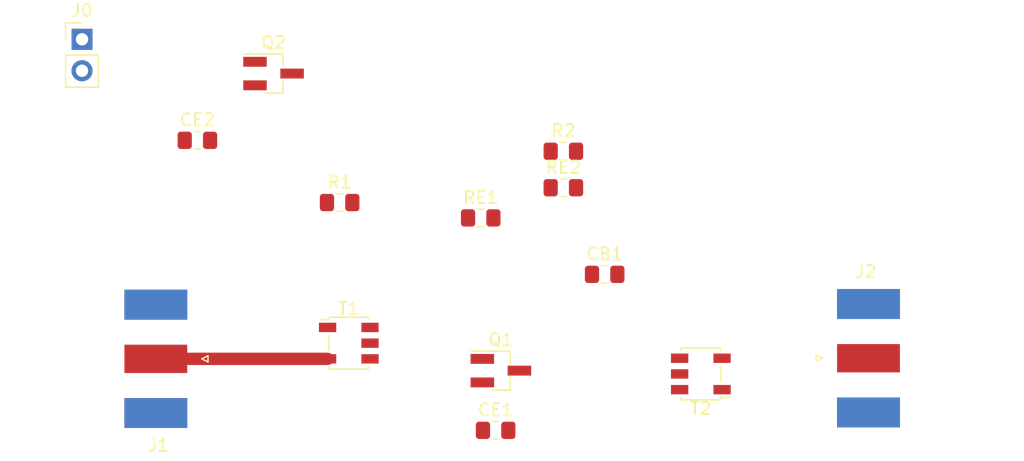
<source format=kicad_pcb>
(kicad_pcb (version 20171130) (host pcbnew "(5.1.5)-3")

  (general
    (thickness 1.6)
    (drawings 0)
    (tracks 1)
    (zones 0)
    (modules 14)
    (nets 12)
  )

  (page A4)
  (layers
    (0 F.Cu signal)
    (31 B.Cu signal)
    (32 B.Adhes user)
    (33 F.Adhes user)
    (34 B.Paste user)
    (35 F.Paste user)
    (36 B.SilkS user)
    (37 F.SilkS user)
    (38 B.Mask user)
    (39 F.Mask user)
    (40 Dwgs.User user)
    (41 Cmts.User user)
    (42 Eco1.User user)
    (43 Eco2.User user)
    (44 Edge.Cuts user)
    (45 Margin user)
    (46 B.CrtYd user)
    (47 F.CrtYd user)
    (48 B.Fab user)
    (49 F.Fab user)
  )

  (setup
    (last_trace_width 1)
    (user_trace_width 0.6)
    (user_trace_width 1)
    (user_trace_width 1.5)
    (trace_clearance 0.2)
    (zone_clearance 0.508)
    (zone_45_only no)
    (trace_min 0.2)
    (via_size 0.8)
    (via_drill 0.4)
    (via_min_size 0.4)
    (via_min_drill 0.3)
    (user_via 1.016 0.762)
    (user_via 1.27 0.762)
    (uvia_size 0.3)
    (uvia_drill 0.1)
    (uvias_allowed no)
    (uvia_min_size 0.2)
    (uvia_min_drill 0.1)
    (edge_width 0.05)
    (segment_width 0.2)
    (pcb_text_width 0.3)
    (pcb_text_size 1.5 1.5)
    (mod_edge_width 0.12)
    (mod_text_size 1 1)
    (mod_text_width 0.15)
    (pad_size 1.524 1.524)
    (pad_drill 0.762)
    (pad_to_mask_clearance 0.051)
    (solder_mask_min_width 0.25)
    (aux_axis_origin 0 0)
    (visible_elements FFFFFF7F)
    (pcbplotparams
      (layerselection 0x010fc_ffffffff)
      (usegerberextensions false)
      (usegerberattributes false)
      (usegerberadvancedattributes false)
      (creategerberjobfile false)
      (excludeedgelayer true)
      (linewidth 0.100000)
      (plotframeref false)
      (viasonmask false)
      (mode 1)
      (useauxorigin false)
      (hpglpennumber 1)
      (hpglpenspeed 20)
      (hpglpendiameter 15.000000)
      (psnegative false)
      (psa4output false)
      (plotreference true)
      (plotvalue true)
      (plotinvisibletext false)
      (padsonsilk false)
      (subtractmaskfromsilk false)
      (outputformat 1)
      (mirror false)
      (drillshape 1)
      (scaleselection 1)
      (outputdirectory ""))
  )

  (net 0 "")
  (net 1 GND)
  (net 2 "Net-(CE1-Pad1)")
  (net 3 "Net-(CE2-Pad2)")
  (net 4 "Net-(J1-Pad1)")
  (net 5 "Net-(J2-Pad1)")
  (net 6 "Net-(Q1-Pad1)")
  (net 7 "Net-(Q1-Pad3)")
  (net 8 "Net-(Q2-Pad3)")
  (net 9 "Net-(Q2-Pad1)")
  (net 10 "Net-(R1-Pad2)")
  (net 11 "Net-(CB1-Pad1)")

  (net_class Default "This is the default net class."
    (clearance 0.2)
    (trace_width 0.25)
    (via_dia 0.8)
    (via_drill 0.4)
    (uvia_dia 0.3)
    (uvia_drill 0.1)
    (add_net GND)
    (add_net "Net-(CB1-Pad1)")
    (add_net "Net-(CE1-Pad1)")
    (add_net "Net-(CE2-Pad2)")
    (add_net "Net-(J1-Pad1)")
    (add_net "Net-(J2-Pad1)")
    (add_net "Net-(Q1-Pad1)")
    (add_net "Net-(Q1-Pad3)")
    (add_net "Net-(Q2-Pad1)")
    (add_net "Net-(Q2-Pad3)")
    (add_net "Net-(R1-Pad2)")
  )

  (module Connector_Coaxial:SMA_Molex_73251-1153_EdgeMount_Horizontal (layer F.Cu) (tedit 5E4C039B) (tstamp 5E4C6D86)
    (at 103.944 81.5594 180)
    (descr "Molex SMA RF Connectors, Edge Mount, (http://www.molex.com/pdm_docs/sd/732511150_sd.pdf)")
    (tags "sma edge")
    (path /5E4AFB6E)
    (attr smd)
    (fp_text reference J2 (at -1.5 7) (layer F.SilkS)
      (effects (font (size 1 1) (thickness 0.15)))
    )
    (fp_text value "RF OUT" (at -1.72 -7.11) (layer F.Fab)
      (effects (font (size 1 1) (thickness 0.15)))
    )
    (fp_line (start -5.91 4.76) (end 0.49 4.76) (layer F.Fab) (width 0.1))
    (fp_line (start -5.91 -4.76) (end -5.91 4.76) (layer F.Fab) (width 0.1))
    (fp_line (start 0.49 -4.76) (end -5.91 -4.76) (layer F.Fab) (width 0.1))
    (fp_line (start -4.76 -3.75) (end -4.76 3.75) (layer F.Fab) (width 0.1))
    (fp_line (start -13.79 2.65) (end -5.91 2.65) (layer F.Fab) (width 0.1))
    (fp_line (start -13.79 -2.65) (end -13.79 2.65) (layer F.Fab) (width 0.1))
    (fp_line (start -13.79 -2.65) (end -5.91 -2.65) (layer F.Fab) (width 0.1))
    (fp_line (start -4.76 3.75) (end 0.49 3.75) (layer F.Fab) (width 0.1))
    (fp_line (start -4.76 -3.75) (end 0.49 -3.75) (layer F.Fab) (width 0.1))
    (fp_line (start 2.71 -6.09) (end -14.29 -6.09) (layer F.CrtYd) (width 0.05))
    (fp_line (start 2.71 -6.09) (end 2.71 6.09) (layer F.CrtYd) (width 0.05))
    (fp_line (start -14.29 6.09) (end 2.71 6.09) (layer B.CrtYd) (width 0.05))
    (fp_line (start -14.29 -6.09) (end -14.29 6.09) (layer B.CrtYd) (width 0.05))
    (fp_line (start -14.29 -6.09) (end 2.71 -6.09) (layer B.CrtYd) (width 0.05))
    (fp_line (start 2.71 -6.09) (end 2.71 6.09) (layer B.CrtYd) (width 0.05))
    (fp_line (start -14.29 6.09) (end 2.71 6.09) (layer F.CrtYd) (width 0.05))
    (fp_line (start -14.29 -6.09) (end -14.29 6.09) (layer F.CrtYd) (width 0.05))
    (fp_line (start 0.49 -4.76) (end 0.49 -3.75) (layer F.Fab) (width 0.1))
    (fp_line (start 0.49 3.75) (end 0.49 4.76) (layer F.Fab) (width 0.1))
    (fp_line (start 0.49 -0.38) (end 0.49 0.38) (layer F.Fab) (width 0.1))
    (fp_line (start -4.76 0.38) (end 0.49 0.38) (layer F.Fab) (width 0.1))
    (fp_line (start -4.76 -0.38) (end 0.49 -0.38) (layer F.Fab) (width 0.1))
    (fp_line (start 2 0) (end 2.5 -0.25) (layer F.SilkS) (width 0.12))
    (fp_line (start 2.5 -0.25) (end 2.5 0.25) (layer F.SilkS) (width 0.12))
    (fp_line (start 2.5 0.25) (end 2 0) (layer F.SilkS) (width 0.12))
    (fp_line (start 2.5 -0.25) (end 2 0) (layer F.Fab) (width 0.1))
    (fp_line (start 2 0) (end 2.5 0.25) (layer F.Fab) (width 0.1))
    (fp_line (start 2.5 0.25) (end 2.5 -0.25) (layer F.Fab) (width 0.1))
    (fp_text user %R (at -1.5 7) (layer F.Fab)
      (effects (font (size 1 1) (thickness 0.15)))
    )
    (pad 2 smd rect (at -1.72 4.38 180) (size 5.08 2.42) (layers B.Cu B.Paste B.Mask)
      (net 1 GND))
    (pad 2 smd rect (at -1.72 -4.38 180) (size 5.08 2.42) (layers B.Cu B.Paste B.Mask)
      (net 1 GND))
    (pad 2 smd rect (at -1.72 4.38 180) (size 5.08 2.42) (layers F.Cu F.Paste F.Mask)
      (net 1 GND))
    (pad 2 smd rect (at -1.72 -4.38 180) (size 5.08 2.42) (layers F.Cu F.Paste F.Mask)
      (net 1 GND))
    (pad 1 smd rect (at -1.72 0 180) (size 5.08 2.29) (layers F.Cu F.Paste F.Mask)
      (net 5 "Net-(J2-Pad1)"))
    (model ${KISYS3DMOD}/Connector_Coaxial.3dshapes/SMA_Molex_73251-1153_EdgeMount_Horizontal.wrl
      (at (xyz 0 0 0))
      (scale (xyz 1 1 1))
      (rotate (xyz 0 0 0))
    )
  )

  (module Connector_Coaxial:SMA_Molex_73251-1153_EdgeMount_Horizontal (layer F.Cu) (tedit 5E4C0385) (tstamp 5E4C59DA)
    (at 49.7713 81.6102)
    (descr "Molex SMA RF Connectors, Edge Mount, (http://www.molex.com/pdm_docs/sd/732511150_sd.pdf)")
    (tags "sma edge")
    (path /5E4AFAC4)
    (attr smd)
    (fp_text reference J1 (at -1.5 7) (layer F.SilkS)
      (effects (font (size 1 1) (thickness 0.15)))
    )
    (fp_text value "RF IN" (at -1.72 -7.11) (layer F.Fab)
      (effects (font (size 1 1) (thickness 0.15)))
    )
    (fp_text user %R (at -1.5 7) (layer F.Fab)
      (effects (font (size 1 1) (thickness 0.15)))
    )
    (fp_line (start 2.5 0.25) (end 2.5 -0.25) (layer F.Fab) (width 0.1))
    (fp_line (start 2 0) (end 2.5 0.25) (layer F.Fab) (width 0.1))
    (fp_line (start 2.5 -0.25) (end 2 0) (layer F.Fab) (width 0.1))
    (fp_line (start 2.5 0.25) (end 2 0) (layer F.SilkS) (width 0.12))
    (fp_line (start 2.5 -0.25) (end 2.5 0.25) (layer F.SilkS) (width 0.12))
    (fp_line (start 2 0) (end 2.5 -0.25) (layer F.SilkS) (width 0.12))
    (fp_line (start -4.76 -0.38) (end 0.49 -0.38) (layer F.Fab) (width 0.1))
    (fp_line (start -4.76 0.38) (end 0.49 0.38) (layer F.Fab) (width 0.1))
    (fp_line (start 0.49 -0.38) (end 0.49 0.38) (layer F.Fab) (width 0.1))
    (fp_line (start 0.49 3.75) (end 0.49 4.76) (layer F.Fab) (width 0.1))
    (fp_line (start 0.49 -4.76) (end 0.49 -3.75) (layer F.Fab) (width 0.1))
    (fp_line (start -14.29 -6.09) (end -14.29 6.09) (layer F.CrtYd) (width 0.05))
    (fp_line (start -14.29 6.09) (end 2.71 6.09) (layer F.CrtYd) (width 0.05))
    (fp_line (start 2.71 -6.09) (end 2.71 6.09) (layer B.CrtYd) (width 0.05))
    (fp_line (start -14.29 -6.09) (end 2.71 -6.09) (layer B.CrtYd) (width 0.05))
    (fp_line (start -14.29 -6.09) (end -14.29 6.09) (layer B.CrtYd) (width 0.05))
    (fp_line (start -14.29 6.09) (end 2.71 6.09) (layer B.CrtYd) (width 0.05))
    (fp_line (start 2.71 -6.09) (end 2.71 6.09) (layer F.CrtYd) (width 0.05))
    (fp_line (start 2.71 -6.09) (end -14.29 -6.09) (layer F.CrtYd) (width 0.05))
    (fp_line (start -4.76 -3.75) (end 0.49 -3.75) (layer F.Fab) (width 0.1))
    (fp_line (start -4.76 3.75) (end 0.49 3.75) (layer F.Fab) (width 0.1))
    (fp_line (start -13.79 -2.65) (end -5.91 -2.65) (layer F.Fab) (width 0.1))
    (fp_line (start -13.79 -2.65) (end -13.79 2.65) (layer F.Fab) (width 0.1))
    (fp_line (start -13.79 2.65) (end -5.91 2.65) (layer F.Fab) (width 0.1))
    (fp_line (start -4.76 -3.75) (end -4.76 3.75) (layer F.Fab) (width 0.1))
    (fp_line (start 0.49 -4.76) (end -5.91 -4.76) (layer F.Fab) (width 0.1))
    (fp_line (start -5.91 -4.76) (end -5.91 4.76) (layer F.Fab) (width 0.1))
    (fp_line (start -5.91 4.76) (end 0.49 4.76) (layer F.Fab) (width 0.1))
    (pad 1 smd rect (at -1.72 0) (size 5.08 2.29) (layers F.Cu F.Paste F.Mask)
      (net 4 "Net-(J1-Pad1)"))
    (pad 2 smd rect (at -1.72 -4.38) (size 5.08 2.42) (layers F.Cu F.Paste F.Mask)
      (net 1 GND))
    (pad 2 smd rect (at -1.72 4.38) (size 5.08 2.42) (layers F.Cu F.Paste F.Mask)
      (net 1 GND))
    (pad 2 smd rect (at -1.72 -4.38) (size 5.08 2.42) (layers B.Cu B.Paste B.Mask)
      (net 1 GND))
    (pad 2 smd rect (at -1.72 4.38) (size 5.08 2.42) (layers B.Cu B.Paste B.Mask)
      (net 1 GND))
    (model ${KISYS3DMOD}/Connector_Coaxial.3dshapes/SMA_Molex_73251-1153_EdgeMount_Horizontal.wrl
      (at (xyz 0 0 0))
      (scale (xyz 1 1 1))
      (rotate (xyz 0 0 0))
    )
  )

  (module Capacitor_SMD:C_0805_2012Metric_Pad1.15x1.40mm_HandSolder (layer F.Cu) (tedit 5B36C52B) (tstamp 5E4C5976)
    (at 84.337 74.7776)
    (descr "Capacitor SMD 0805 (2012 Metric), square (rectangular) end terminal, IPC_7351 nominal with elongated pad for handsoldering. (Body size source: https://docs.google.com/spreadsheets/d/1BsfQQcO9C6DZCsRaXUlFlo91Tg2WpOkGARC1WS5S8t0/edit?usp=sharing), generated with kicad-footprint-generator")
    (tags "capacitor handsolder")
    (path /5E4AF863)
    (attr smd)
    (fp_text reference CB1 (at 0 -1.65) (layer F.SilkS)
      (effects (font (size 1 1) (thickness 0.15)))
    )
    (fp_text value "100 nF" (at 0 1.65) (layer F.Fab)
      (effects (font (size 1 1) (thickness 0.15)))
    )
    (fp_line (start -1 0.6) (end -1 -0.6) (layer F.Fab) (width 0.1))
    (fp_line (start -1 -0.6) (end 1 -0.6) (layer F.Fab) (width 0.1))
    (fp_line (start 1 -0.6) (end 1 0.6) (layer F.Fab) (width 0.1))
    (fp_line (start 1 0.6) (end -1 0.6) (layer F.Fab) (width 0.1))
    (fp_line (start -0.261252 -0.71) (end 0.261252 -0.71) (layer F.SilkS) (width 0.12))
    (fp_line (start -0.261252 0.71) (end 0.261252 0.71) (layer F.SilkS) (width 0.12))
    (fp_line (start -1.85 0.95) (end -1.85 -0.95) (layer F.CrtYd) (width 0.05))
    (fp_line (start -1.85 -0.95) (end 1.85 -0.95) (layer F.CrtYd) (width 0.05))
    (fp_line (start 1.85 -0.95) (end 1.85 0.95) (layer F.CrtYd) (width 0.05))
    (fp_line (start 1.85 0.95) (end -1.85 0.95) (layer F.CrtYd) (width 0.05))
    (fp_text user %R (at 0 0) (layer F.Fab)
      (effects (font (size 0.5 0.5) (thickness 0.08)))
    )
    (pad 1 smd roundrect (at -1.025 0) (size 1.15 1.4) (layers F.Cu F.Paste F.Mask) (roundrect_rratio 0.217391)
      (net 11 "Net-(CB1-Pad1)"))
    (pad 2 smd roundrect (at 1.025 0) (size 1.15 1.4) (layers F.Cu F.Paste F.Mask) (roundrect_rratio 0.217391)
      (net 1 GND))
    (model ${KISYS3DMOD}/Capacitor_SMD.3dshapes/C_0805_2012Metric.wrl
      (at (xyz 0 0 0))
      (scale (xyz 1 1 1))
      (rotate (xyz 0 0 0))
    )
  )

  (module Capacitor_SMD:C_0805_2012Metric_Pad1.15x1.40mm_HandSolder (layer F.Cu) (tedit 5B36C52B) (tstamp 5E4C5987)
    (at 75.5232 87.3887)
    (descr "Capacitor SMD 0805 (2012 Metric), square (rectangular) end terminal, IPC_7351 nominal with elongated pad for handsoldering. (Body size source: https://docs.google.com/spreadsheets/d/1BsfQQcO9C6DZCsRaXUlFlo91Tg2WpOkGARC1WS5S8t0/edit?usp=sharing), generated with kicad-footprint-generator")
    (tags "capacitor handsolder")
    (path /5E4AF73F)
    (attr smd)
    (fp_text reference CE1 (at 0 -1.65) (layer F.SilkS)
      (effects (font (size 1 1) (thickness 0.15)))
    )
    (fp_text value "100 nF" (at 0 1.65) (layer F.Fab)
      (effects (font (size 1 1) (thickness 0.15)))
    )
    (fp_line (start -1 0.6) (end -1 -0.6) (layer F.Fab) (width 0.1))
    (fp_line (start -1 -0.6) (end 1 -0.6) (layer F.Fab) (width 0.1))
    (fp_line (start 1 -0.6) (end 1 0.6) (layer F.Fab) (width 0.1))
    (fp_line (start 1 0.6) (end -1 0.6) (layer F.Fab) (width 0.1))
    (fp_line (start -0.261252 -0.71) (end 0.261252 -0.71) (layer F.SilkS) (width 0.12))
    (fp_line (start -0.261252 0.71) (end 0.261252 0.71) (layer F.SilkS) (width 0.12))
    (fp_line (start -1.85 0.95) (end -1.85 -0.95) (layer F.CrtYd) (width 0.05))
    (fp_line (start -1.85 -0.95) (end 1.85 -0.95) (layer F.CrtYd) (width 0.05))
    (fp_line (start 1.85 -0.95) (end 1.85 0.95) (layer F.CrtYd) (width 0.05))
    (fp_line (start 1.85 0.95) (end -1.85 0.95) (layer F.CrtYd) (width 0.05))
    (fp_text user %R (at 0 0) (layer F.Fab)
      (effects (font (size 0.5 0.5) (thickness 0.08)))
    )
    (pad 1 smd roundrect (at -1.025 0) (size 1.15 1.4) (layers F.Cu F.Paste F.Mask) (roundrect_rratio 0.217391)
      (net 2 "Net-(CE1-Pad1)"))
    (pad 2 smd roundrect (at 1.025 0) (size 1.15 1.4) (layers F.Cu F.Paste F.Mask) (roundrect_rratio 0.217391)
      (net 1 GND))
    (model ${KISYS3DMOD}/Capacitor_SMD.3dshapes/C_0805_2012Metric.wrl
      (at (xyz 0 0 0))
      (scale (xyz 1 1 1))
      (rotate (xyz 0 0 0))
    )
  )

  (module Capacitor_SMD:C_0805_2012Metric_Pad1.15x1.40mm_HandSolder (layer F.Cu) (tedit 5B36C52B) (tstamp 5E4C5998)
    (at 51.4133 63.9445)
    (descr "Capacitor SMD 0805 (2012 Metric), square (rectangular) end terminal, IPC_7351 nominal with elongated pad for handsoldering. (Body size source: https://docs.google.com/spreadsheets/d/1BsfQQcO9C6DZCsRaXUlFlo91Tg2WpOkGARC1WS5S8t0/edit?usp=sharing), generated with kicad-footprint-generator")
    (tags "capacitor handsolder")
    (path /5E4AF821)
    (attr smd)
    (fp_text reference CE2 (at 0 -1.65) (layer F.SilkS)
      (effects (font (size 1 1) (thickness 0.15)))
    )
    (fp_text value "100 nF" (at 0 1.65) (layer F.Fab)
      (effects (font (size 1 1) (thickness 0.15)))
    )
    (fp_text user %R (at 0 0) (layer F.Fab)
      (effects (font (size 0.5 0.5) (thickness 0.08)))
    )
    (fp_line (start 1.85 0.95) (end -1.85 0.95) (layer F.CrtYd) (width 0.05))
    (fp_line (start 1.85 -0.95) (end 1.85 0.95) (layer F.CrtYd) (width 0.05))
    (fp_line (start -1.85 -0.95) (end 1.85 -0.95) (layer F.CrtYd) (width 0.05))
    (fp_line (start -1.85 0.95) (end -1.85 -0.95) (layer F.CrtYd) (width 0.05))
    (fp_line (start -0.261252 0.71) (end 0.261252 0.71) (layer F.SilkS) (width 0.12))
    (fp_line (start -0.261252 -0.71) (end 0.261252 -0.71) (layer F.SilkS) (width 0.12))
    (fp_line (start 1 0.6) (end -1 0.6) (layer F.Fab) (width 0.1))
    (fp_line (start 1 -0.6) (end 1 0.6) (layer F.Fab) (width 0.1))
    (fp_line (start -1 -0.6) (end 1 -0.6) (layer F.Fab) (width 0.1))
    (fp_line (start -1 0.6) (end -1 -0.6) (layer F.Fab) (width 0.1))
    (pad 2 smd roundrect (at 1.025 0) (size 1.15 1.4) (layers F.Cu F.Paste F.Mask) (roundrect_rratio 0.217391)
      (net 3 "Net-(CE2-Pad2)"))
    (pad 1 smd roundrect (at -1.025 0) (size 1.15 1.4) (layers F.Cu F.Paste F.Mask) (roundrect_rratio 0.217391)
      (net 1 GND))
    (model ${KISYS3DMOD}/Capacitor_SMD.3dshapes/C_0805_2012Metric.wrl
      (at (xyz 0 0 0))
      (scale (xyz 1 1 1))
      (rotate (xyz 0 0 0))
    )
  )

  (module Connector_PinHeader_2.54mm:PinHeader_1x02_P2.54mm_Vertical (layer F.Cu) (tedit 59FED5CC) (tstamp 5E4C62A4)
    (at 42.0878 55.7784)
    (descr "Through hole straight pin header, 1x02, 2.54mm pitch, single row")
    (tags "Through hole pin header THT 1x02 2.54mm single row")
    (path /5E4AFB32)
    (fp_text reference J0 (at 0 -2.33) (layer F.SilkS)
      (effects (font (size 1 1) (thickness 0.15)))
    )
    (fp_text value Power (at 0 4.87) (layer F.Fab)
      (effects (font (size 1 1) (thickness 0.15)))
    )
    (fp_line (start -0.635 -1.27) (end 1.27 -1.27) (layer F.Fab) (width 0.1))
    (fp_line (start 1.27 -1.27) (end 1.27 3.81) (layer F.Fab) (width 0.1))
    (fp_line (start 1.27 3.81) (end -1.27 3.81) (layer F.Fab) (width 0.1))
    (fp_line (start -1.27 3.81) (end -1.27 -0.635) (layer F.Fab) (width 0.1))
    (fp_line (start -1.27 -0.635) (end -0.635 -1.27) (layer F.Fab) (width 0.1))
    (fp_line (start -1.33 3.87) (end 1.33 3.87) (layer F.SilkS) (width 0.12))
    (fp_line (start -1.33 1.27) (end -1.33 3.87) (layer F.SilkS) (width 0.12))
    (fp_line (start 1.33 1.27) (end 1.33 3.87) (layer F.SilkS) (width 0.12))
    (fp_line (start -1.33 1.27) (end 1.33 1.27) (layer F.SilkS) (width 0.12))
    (fp_line (start -1.33 0) (end -1.33 -1.33) (layer F.SilkS) (width 0.12))
    (fp_line (start -1.33 -1.33) (end 0 -1.33) (layer F.SilkS) (width 0.12))
    (fp_line (start -1.8 -1.8) (end -1.8 4.35) (layer F.CrtYd) (width 0.05))
    (fp_line (start -1.8 4.35) (end 1.8 4.35) (layer F.CrtYd) (width 0.05))
    (fp_line (start 1.8 4.35) (end 1.8 -1.8) (layer F.CrtYd) (width 0.05))
    (fp_line (start 1.8 -1.8) (end -1.8 -1.8) (layer F.CrtYd) (width 0.05))
    (fp_text user %R (at 0 1.27 90) (layer F.Fab)
      (effects (font (size 1 1) (thickness 0.15)))
    )
    (pad 1 thru_hole rect (at 0 0) (size 1.7 1.7) (drill 1) (layers *.Cu *.Mask)
      (net 11 "Net-(CB1-Pad1)"))
    (pad 2 thru_hole oval (at 0 2.54) (size 1.7 1.7) (drill 1) (layers *.Cu *.Mask)
      (net 1 GND))
    (model ${KISYS3DMOD}/Connector_PinHeader_2.54mm.3dshapes/PinHeader_1x02_P2.54mm_Vertical.wrl
      (at (xyz 0 0 0))
      (scale (xyz 1 1 1))
      (rotate (xyz 0 0 0))
    )
  )

  (module Package_TO_SOT_SMD:SOT-23_Handsoldering (layer F.Cu) (tedit 5A0AB76C) (tstamp 5E4C69EA)
    (at 75.946 82.5627)
    (descr "SOT-23, Handsoldering")
    (tags SOT-23)
    (path /5E4AF466)
    (attr smd)
    (fp_text reference Q1 (at 0 -2.5) (layer F.SilkS)
      (effects (font (size 1 1) (thickness 0.15)))
    )
    (fp_text value NPN (at 0 2.5) (layer F.Fab)
      (effects (font (size 1 1) (thickness 0.15)))
    )
    (fp_text user %R (at 0 0 90) (layer F.Fab)
      (effects (font (size 0.5 0.5) (thickness 0.075)))
    )
    (fp_line (start 0.76 1.58) (end 0.76 0.65) (layer F.SilkS) (width 0.12))
    (fp_line (start 0.76 -1.58) (end 0.76 -0.65) (layer F.SilkS) (width 0.12))
    (fp_line (start -2.7 -1.75) (end 2.7 -1.75) (layer F.CrtYd) (width 0.05))
    (fp_line (start 2.7 -1.75) (end 2.7 1.75) (layer F.CrtYd) (width 0.05))
    (fp_line (start 2.7 1.75) (end -2.7 1.75) (layer F.CrtYd) (width 0.05))
    (fp_line (start -2.7 1.75) (end -2.7 -1.75) (layer F.CrtYd) (width 0.05))
    (fp_line (start 0.76 -1.58) (end -2.4 -1.58) (layer F.SilkS) (width 0.12))
    (fp_line (start -0.7 -0.95) (end -0.7 1.5) (layer F.Fab) (width 0.1))
    (fp_line (start -0.15 -1.52) (end 0.7 -1.52) (layer F.Fab) (width 0.1))
    (fp_line (start -0.7 -0.95) (end -0.15 -1.52) (layer F.Fab) (width 0.1))
    (fp_line (start 0.7 -1.52) (end 0.7 1.52) (layer F.Fab) (width 0.1))
    (fp_line (start -0.7 1.52) (end 0.7 1.52) (layer F.Fab) (width 0.1))
    (fp_line (start 0.76 1.58) (end -0.7 1.58) (layer F.SilkS) (width 0.12))
    (pad 1 smd rect (at -1.5 -0.95) (size 1.9 0.8) (layers F.Cu F.Paste F.Mask)
      (net 6 "Net-(Q1-Pad1)"))
    (pad 2 smd rect (at -1.5 0.95) (size 1.9 0.8) (layers F.Cu F.Paste F.Mask)
      (net 2 "Net-(CE1-Pad1)"))
    (pad 3 smd rect (at 1.5 0) (size 1.9 0.8) (layers F.Cu F.Paste F.Mask)
      (net 7 "Net-(Q1-Pad3)"))
    (model ${KISYS3DMOD}/Package_TO_SOT_SMD.3dshapes/SOT-23.wrl
      (at (xyz 0 0 0))
      (scale (xyz 1 1 1))
      (rotate (xyz 0 0 0))
    )
  )

  (module Package_TO_SOT_SMD:SOT-23_Handsoldering (layer F.Cu) (tedit 5A0AB76C) (tstamp 5E4C5A30)
    (at 57.5691 58.547)
    (descr "SOT-23, Handsoldering")
    (tags SOT-23)
    (path /5E4AF52F)
    (attr smd)
    (fp_text reference Q2 (at 0 -2.5) (layer F.SilkS)
      (effects (font (size 1 1) (thickness 0.15)))
    )
    (fp_text value PNP (at 0 2.5) (layer F.Fab)
      (effects (font (size 1 1) (thickness 0.15)))
    )
    (fp_line (start 0.76 1.58) (end -0.7 1.58) (layer F.SilkS) (width 0.12))
    (fp_line (start -0.7 1.52) (end 0.7 1.52) (layer F.Fab) (width 0.1))
    (fp_line (start 0.7 -1.52) (end 0.7 1.52) (layer F.Fab) (width 0.1))
    (fp_line (start -0.7 -0.95) (end -0.15 -1.52) (layer F.Fab) (width 0.1))
    (fp_line (start -0.15 -1.52) (end 0.7 -1.52) (layer F.Fab) (width 0.1))
    (fp_line (start -0.7 -0.95) (end -0.7 1.5) (layer F.Fab) (width 0.1))
    (fp_line (start 0.76 -1.58) (end -2.4 -1.58) (layer F.SilkS) (width 0.12))
    (fp_line (start -2.7 1.75) (end -2.7 -1.75) (layer F.CrtYd) (width 0.05))
    (fp_line (start 2.7 1.75) (end -2.7 1.75) (layer F.CrtYd) (width 0.05))
    (fp_line (start 2.7 -1.75) (end 2.7 1.75) (layer F.CrtYd) (width 0.05))
    (fp_line (start -2.7 -1.75) (end 2.7 -1.75) (layer F.CrtYd) (width 0.05))
    (fp_line (start 0.76 -1.58) (end 0.76 -0.65) (layer F.SilkS) (width 0.12))
    (fp_line (start 0.76 1.58) (end 0.76 0.65) (layer F.SilkS) (width 0.12))
    (fp_text user %R (at 0 0 90) (layer F.Fab)
      (effects (font (size 0.5 0.5) (thickness 0.075)))
    )
    (pad 3 smd rect (at 1.5 0) (size 1.9 0.8) (layers F.Cu F.Paste F.Mask)
      (net 8 "Net-(Q2-Pad3)"))
    (pad 2 smd rect (at -1.5 0.95) (size 1.9 0.8) (layers F.Cu F.Paste F.Mask)
      (net 3 "Net-(CE2-Pad2)"))
    (pad 1 smd rect (at -1.5 -0.95) (size 1.9 0.8) (layers F.Cu F.Paste F.Mask)
      (net 9 "Net-(Q2-Pad1)"))
    (model ${KISYS3DMOD}/Package_TO_SOT_SMD.3dshapes/SOT-23.wrl
      (at (xyz 0 0 0))
      (scale (xyz 1 1 1))
      (rotate (xyz 0 0 0))
    )
  )

  (module Resistor_SMD:R_0805_2012Metric_Pad1.15x1.40mm_HandSolder (layer F.Cu) (tedit 5B36C52B) (tstamp 5E4C5A41)
    (at 62.9121 68.9737)
    (descr "Resistor SMD 0805 (2012 Metric), square (rectangular) end terminal, IPC_7351 nominal with elongated pad for handsoldering. (Body size source: https://docs.google.com/spreadsheets/d/1BsfQQcO9C6DZCsRaXUlFlo91Tg2WpOkGARC1WS5S8t0/edit?usp=sharing), generated with kicad-footprint-generator")
    (tags "resistor handsolder")
    (path /5E4AF5B7)
    (attr smd)
    (fp_text reference R1 (at 0 -1.65) (layer F.SilkS)
      (effects (font (size 1 1) (thickness 0.15)))
    )
    (fp_text value "4.7k Ohms" (at 0 1.65) (layer F.Fab)
      (effects (font (size 1 1) (thickness 0.15)))
    )
    (fp_line (start -1 0.6) (end -1 -0.6) (layer F.Fab) (width 0.1))
    (fp_line (start -1 -0.6) (end 1 -0.6) (layer F.Fab) (width 0.1))
    (fp_line (start 1 -0.6) (end 1 0.6) (layer F.Fab) (width 0.1))
    (fp_line (start 1 0.6) (end -1 0.6) (layer F.Fab) (width 0.1))
    (fp_line (start -0.261252 -0.71) (end 0.261252 -0.71) (layer F.SilkS) (width 0.12))
    (fp_line (start -0.261252 0.71) (end 0.261252 0.71) (layer F.SilkS) (width 0.12))
    (fp_line (start -1.85 0.95) (end -1.85 -0.95) (layer F.CrtYd) (width 0.05))
    (fp_line (start -1.85 -0.95) (end 1.85 -0.95) (layer F.CrtYd) (width 0.05))
    (fp_line (start 1.85 -0.95) (end 1.85 0.95) (layer F.CrtYd) (width 0.05))
    (fp_line (start 1.85 0.95) (end -1.85 0.95) (layer F.CrtYd) (width 0.05))
    (fp_text user %R (at 0 0) (layer F.Fab)
      (effects (font (size 0.5 0.5) (thickness 0.08)))
    )
    (pad 1 smd roundrect (at -1.025 0) (size 1.15 1.4) (layers F.Cu F.Paste F.Mask) (roundrect_rratio 0.217391)
      (net 11 "Net-(CB1-Pad1)"))
    (pad 2 smd roundrect (at 1.025 0) (size 1.15 1.4) (layers F.Cu F.Paste F.Mask) (roundrect_rratio 0.217391)
      (net 10 "Net-(R1-Pad2)"))
    (model ${KISYS3DMOD}/Resistor_SMD.3dshapes/R_0805_2012Metric.wrl
      (at (xyz 0 0 0))
      (scale (xyz 1 1 1))
      (rotate (xyz 0 0 0))
    )
  )

  (module Resistor_SMD:R_0805_2012Metric_Pad1.15x1.40mm_HandSolder (layer F.Cu) (tedit 5B36C52B) (tstamp 5E4C5A52)
    (at 80.998401 64.827201)
    (descr "Resistor SMD 0805 (2012 Metric), square (rectangular) end terminal, IPC_7351 nominal with elongated pad for handsoldering. (Body size source: https://docs.google.com/spreadsheets/d/1BsfQQcO9C6DZCsRaXUlFlo91Tg2WpOkGARC1WS5S8t0/edit?usp=sharing), generated with kicad-footprint-generator")
    (tags "resistor handsolder")
    (path /5E4AF63C)
    (attr smd)
    (fp_text reference R2 (at 0 -1.65) (layer F.SilkS)
      (effects (font (size 1 1) (thickness 0.15)))
    )
    (fp_text value "3.3k Ohms" (at 0 1.65) (layer F.Fab)
      (effects (font (size 1 1) (thickness 0.15)))
    )
    (fp_text user %R (at 0 0) (layer F.Fab)
      (effects (font (size 0.5 0.5) (thickness 0.08)))
    )
    (fp_line (start 1.85 0.95) (end -1.85 0.95) (layer F.CrtYd) (width 0.05))
    (fp_line (start 1.85 -0.95) (end 1.85 0.95) (layer F.CrtYd) (width 0.05))
    (fp_line (start -1.85 -0.95) (end 1.85 -0.95) (layer F.CrtYd) (width 0.05))
    (fp_line (start -1.85 0.95) (end -1.85 -0.95) (layer F.CrtYd) (width 0.05))
    (fp_line (start -0.261252 0.71) (end 0.261252 0.71) (layer F.SilkS) (width 0.12))
    (fp_line (start -0.261252 -0.71) (end 0.261252 -0.71) (layer F.SilkS) (width 0.12))
    (fp_line (start 1 0.6) (end -1 0.6) (layer F.Fab) (width 0.1))
    (fp_line (start 1 -0.6) (end 1 0.6) (layer F.Fab) (width 0.1))
    (fp_line (start -1 -0.6) (end 1 -0.6) (layer F.Fab) (width 0.1))
    (fp_line (start -1 0.6) (end -1 -0.6) (layer F.Fab) (width 0.1))
    (pad 2 smd roundrect (at 1.025 0) (size 1.15 1.4) (layers F.Cu F.Paste F.Mask) (roundrect_rratio 0.217391)
      (net 1 GND))
    (pad 1 smd roundrect (at -1.025 0) (size 1.15 1.4) (layers F.Cu F.Paste F.Mask) (roundrect_rratio 0.217391)
      (net 10 "Net-(R1-Pad2)"))
    (model ${KISYS3DMOD}/Resistor_SMD.3dshapes/R_0805_2012Metric.wrl
      (at (xyz 0 0 0))
      (scale (xyz 1 1 1))
      (rotate (xyz 0 0 0))
    )
  )

  (module Resistor_SMD:R_0805_2012Metric_Pad1.15x1.40mm_HandSolder (layer F.Cu) (tedit 5B36C52B) (tstamp 5E4C5A63)
    (at 74.318401 70.217201)
    (descr "Resistor SMD 0805 (2012 Metric), square (rectangular) end terminal, IPC_7351 nominal with elongated pad for handsoldering. (Body size source: https://docs.google.com/spreadsheets/d/1BsfQQcO9C6DZCsRaXUlFlo91Tg2WpOkGARC1WS5S8t0/edit?usp=sharing), generated with kicad-footprint-generator")
    (tags "resistor handsolder")
    (path /5E4AF6D8)
    (attr smd)
    (fp_text reference RE1 (at 0 -1.65) (layer F.SilkS)
      (effects (font (size 1 1) (thickness 0.15)))
    )
    (fp_text value "47 Ohms" (at 0 1.65) (layer F.Fab)
      (effects (font (size 1 1) (thickness 0.15)))
    )
    (fp_text user %R (at 0 0) (layer F.Fab)
      (effects (font (size 0.5 0.5) (thickness 0.08)))
    )
    (fp_line (start 1.85 0.95) (end -1.85 0.95) (layer F.CrtYd) (width 0.05))
    (fp_line (start 1.85 -0.95) (end 1.85 0.95) (layer F.CrtYd) (width 0.05))
    (fp_line (start -1.85 -0.95) (end 1.85 -0.95) (layer F.CrtYd) (width 0.05))
    (fp_line (start -1.85 0.95) (end -1.85 -0.95) (layer F.CrtYd) (width 0.05))
    (fp_line (start -0.261252 0.71) (end 0.261252 0.71) (layer F.SilkS) (width 0.12))
    (fp_line (start -0.261252 -0.71) (end 0.261252 -0.71) (layer F.SilkS) (width 0.12))
    (fp_line (start 1 0.6) (end -1 0.6) (layer F.Fab) (width 0.1))
    (fp_line (start 1 -0.6) (end 1 0.6) (layer F.Fab) (width 0.1))
    (fp_line (start -1 -0.6) (end 1 -0.6) (layer F.Fab) (width 0.1))
    (fp_line (start -1 0.6) (end -1 -0.6) (layer F.Fab) (width 0.1))
    (pad 2 smd roundrect (at 1.025 0) (size 1.15 1.4) (layers F.Cu F.Paste F.Mask) (roundrect_rratio 0.217391)
      (net 1 GND))
    (pad 1 smd roundrect (at -1.025 0) (size 1.15 1.4) (layers F.Cu F.Paste F.Mask) (roundrect_rratio 0.217391)
      (net 2 "Net-(CE1-Pad1)"))
    (model ${KISYS3DMOD}/Resistor_SMD.3dshapes/R_0805_2012Metric.wrl
      (at (xyz 0 0 0))
      (scale (xyz 1 1 1))
      (rotate (xyz 0 0 0))
    )
  )

  (module Resistor_SMD:R_0805_2012Metric_Pad1.15x1.40mm_HandSolder (layer F.Cu) (tedit 5B36C52B) (tstamp 5E4C5A74)
    (at 80.998401 67.777201)
    (descr "Resistor SMD 0805 (2012 Metric), square (rectangular) end terminal, IPC_7351 nominal with elongated pad for handsoldering. (Body size source: https://docs.google.com/spreadsheets/d/1BsfQQcO9C6DZCsRaXUlFlo91Tg2WpOkGARC1WS5S8t0/edit?usp=sharing), generated with kicad-footprint-generator")
    (tags "resistor handsolder")
    (path /5E4AF68A)
    (attr smd)
    (fp_text reference RE2 (at 0 -1.65) (layer F.SilkS)
      (effects (font (size 1 1) (thickness 0.15)))
    )
    (fp_text value "47 Ohms" (at 0 1.65) (layer F.Fab)
      (effects (font (size 1 1) (thickness 0.15)))
    )
    (fp_line (start -1 0.6) (end -1 -0.6) (layer F.Fab) (width 0.1))
    (fp_line (start -1 -0.6) (end 1 -0.6) (layer F.Fab) (width 0.1))
    (fp_line (start 1 -0.6) (end 1 0.6) (layer F.Fab) (width 0.1))
    (fp_line (start 1 0.6) (end -1 0.6) (layer F.Fab) (width 0.1))
    (fp_line (start -0.261252 -0.71) (end 0.261252 -0.71) (layer F.SilkS) (width 0.12))
    (fp_line (start -0.261252 0.71) (end 0.261252 0.71) (layer F.SilkS) (width 0.12))
    (fp_line (start -1.85 0.95) (end -1.85 -0.95) (layer F.CrtYd) (width 0.05))
    (fp_line (start -1.85 -0.95) (end 1.85 -0.95) (layer F.CrtYd) (width 0.05))
    (fp_line (start 1.85 -0.95) (end 1.85 0.95) (layer F.CrtYd) (width 0.05))
    (fp_line (start 1.85 0.95) (end -1.85 0.95) (layer F.CrtYd) (width 0.05))
    (fp_text user %R (at 0 0) (layer F.Fab)
      (effects (font (size 0.5 0.5) (thickness 0.08)))
    )
    (pad 1 smd roundrect (at -1.025 0) (size 1.15 1.4) (layers F.Cu F.Paste F.Mask) (roundrect_rratio 0.217391)
      (net 1 GND))
    (pad 2 smd roundrect (at 1.025 0) (size 1.15 1.4) (layers F.Cu F.Paste F.Mask) (roundrect_rratio 0.217391)
      (net 3 "Net-(CE2-Pad2)"))
    (model ${KISYS3DMOD}/Resistor_SMD.3dshapes/R_0805_2012Metric.wrl
      (at (xyz 0 0 0))
      (scale (xyz 1 1 1))
      (rotate (xyz 0 0 0))
    )
  )

  (module Transformer_SMD:Transformer_MACOM_SM-22 (layer F.Cu) (tedit 5B0BC2F5) (tstamp 5E4C5A8F)
    (at 63.6524 80.3402)
    (descr https://cdn.macom.com/datasheets/ETC1-1-13.pdf)
    (tags "RF Transformer")
    (path /5E4AF293)
    (attr smd)
    (fp_text reference T1 (at 0 -2.794) (layer F.SilkS)
      (effects (font (size 1 1) (thickness 0.15)))
    )
    (fp_text value RF_XFormer (at 0 2.794) (layer F.Fab)
      (effects (font (size 1 1) (thickness 0.15)))
    )
    (fp_line (start 1.6 2.1) (end 1.6 1.9) (layer F.SilkS) (width 0.12))
    (fp_line (start -1.6 2.1) (end 1.6 2.1) (layer F.SilkS) (width 0.12))
    (fp_line (start -1.6 1.9) (end -1.6 2.1) (layer F.SilkS) (width 0.12))
    (fp_line (start -1.6 -0.6) (end -1.6 0.6) (layer F.SilkS) (width 0.12))
    (fp_line (start -1.6 -1.9) (end -2.4 -1.9) (layer F.SilkS) (width 0.12))
    (fp_line (start -1.6 -2.1) (end -1.6 -1.9) (layer F.SilkS) (width 0.12))
    (fp_line (start 1.6 -2.1) (end -1.6 -2.1) (layer F.SilkS) (width 0.12))
    (fp_line (start 1.6 -1.9) (end 1.6 -2.1) (layer F.SilkS) (width 0.12))
    (fp_line (start -0.6975 -1.915) (end 1.395 -1.915) (layer F.Fab) (width 0.1))
    (fp_line (start 1.395 -1.915) (end 1.395 1.915) (layer F.Fab) (width 0.1))
    (fp_line (start 1.395 1.915) (end -1.395 1.915) (layer F.Fab) (width 0.1))
    (fp_line (start -1.395 1.915) (end -1.395 -1.2175) (layer F.Fab) (width 0.1))
    (fp_line (start -1.395 -1.2175) (end -0.6975 -1.915) (layer F.Fab) (width 0.1))
    (fp_line (start -2.67 -2.17) (end 2.67 -2.17) (layer F.CrtYd) (width 0.05))
    (fp_line (start 2.67 -2.17) (end 2.67 2.17) (layer F.CrtYd) (width 0.05))
    (fp_line (start 2.67 2.17) (end -2.67 2.17) (layer F.CrtYd) (width 0.05))
    (fp_line (start -2.67 2.17) (end -2.67 -2.17) (layer F.CrtYd) (width 0.05))
    (fp_text user %R (at 0 0) (layer F.Fab)
      (effects (font (size 0.6 0.6) (thickness 0.09)))
    )
    (pad 1 smd rect (at -1.715 -1.27) (size 1.4 0.76) (layers F.Cu F.Paste F.Mask)
      (net 1 GND))
    (pad 2 smd rect (at -1.715 1.27) (size 1.4 0.76) (layers F.Cu F.Paste F.Mask)
      (net 4 "Net-(J1-Pad1)"))
    (pad 3 smd rect (at 1.715 1.27) (size 1.4 0.76) (layers F.Cu F.Paste F.Mask)
      (net 6 "Net-(Q1-Pad1)"))
    (pad 4 smd rect (at 1.715 0) (size 1.4 0.76) (layers F.Cu F.Paste F.Mask)
      (net 10 "Net-(R1-Pad2)"))
    (pad 5 smd rect (at 1.715 -1.27) (size 1.4 0.76) (layers F.Cu F.Paste F.Mask)
      (net 9 "Net-(Q2-Pad1)"))
    (model ${KISYS3DMOD}/Transformer_SMD.3dshapes/Transformer_MACOM_SM-22.wrl
      (at (xyz 0 0 0))
      (scale (xyz 1 1 1))
      (rotate (xyz 0 0 0))
    )
  )

  (module Transformer_SMD:Transformer_MACOM_SM-22 (layer F.Cu) (tedit 5B0BC2F5) (tstamp 5E4C6B36)
    (at 92.1131 82.8294 180)
    (descr https://cdn.macom.com/datasheets/ETC1-1-13.pdf)
    (tags "RF Transformer")
    (path /5E4AF351)
    (attr smd)
    (fp_text reference T2 (at 0 -2.794) (layer F.SilkS)
      (effects (font (size 1 1) (thickness 0.15)))
    )
    (fp_text value RF_XFormer (at 0 2.794) (layer F.Fab)
      (effects (font (size 1 1) (thickness 0.15)))
    )
    (fp_text user %R (at 0 0) (layer F.Fab)
      (effects (font (size 0.6 0.6) (thickness 0.09)))
    )
    (fp_line (start -2.67 2.17) (end -2.67 -2.17) (layer F.CrtYd) (width 0.05))
    (fp_line (start 2.67 2.17) (end -2.67 2.17) (layer F.CrtYd) (width 0.05))
    (fp_line (start 2.67 -2.17) (end 2.67 2.17) (layer F.CrtYd) (width 0.05))
    (fp_line (start -2.67 -2.17) (end 2.67 -2.17) (layer F.CrtYd) (width 0.05))
    (fp_line (start -1.395 -1.2175) (end -0.6975 -1.915) (layer F.Fab) (width 0.1))
    (fp_line (start -1.395 1.915) (end -1.395 -1.2175) (layer F.Fab) (width 0.1))
    (fp_line (start 1.395 1.915) (end -1.395 1.915) (layer F.Fab) (width 0.1))
    (fp_line (start 1.395 -1.915) (end 1.395 1.915) (layer F.Fab) (width 0.1))
    (fp_line (start -0.6975 -1.915) (end 1.395 -1.915) (layer F.Fab) (width 0.1))
    (fp_line (start 1.6 -1.9) (end 1.6 -2.1) (layer F.SilkS) (width 0.12))
    (fp_line (start 1.6 -2.1) (end -1.6 -2.1) (layer F.SilkS) (width 0.12))
    (fp_line (start -1.6 -2.1) (end -1.6 -1.9) (layer F.SilkS) (width 0.12))
    (fp_line (start -1.6 -1.9) (end -2.4 -1.9) (layer F.SilkS) (width 0.12))
    (fp_line (start -1.6 -0.6) (end -1.6 0.6) (layer F.SilkS) (width 0.12))
    (fp_line (start -1.6 1.9) (end -1.6 2.1) (layer F.SilkS) (width 0.12))
    (fp_line (start -1.6 2.1) (end 1.6 2.1) (layer F.SilkS) (width 0.12))
    (fp_line (start 1.6 2.1) (end 1.6 1.9) (layer F.SilkS) (width 0.12))
    (pad 5 smd rect (at 1.715 -1.27 180) (size 1.4 0.76) (layers F.Cu F.Paste F.Mask)
      (net 8 "Net-(Q2-Pad3)"))
    (pad 4 smd rect (at 1.715 0 180) (size 1.4 0.76) (layers F.Cu F.Paste F.Mask)
      (net 11 "Net-(CB1-Pad1)"))
    (pad 3 smd rect (at 1.715 1.27 180) (size 1.4 0.76) (layers F.Cu F.Paste F.Mask)
      (net 7 "Net-(Q1-Pad3)"))
    (pad 2 smd rect (at -1.715 1.27 180) (size 1.4 0.76) (layers F.Cu F.Paste F.Mask)
      (net 5 "Net-(J2-Pad1)"))
    (pad 1 smd rect (at -1.715 -1.27 180) (size 1.4 0.76) (layers F.Cu F.Paste F.Mask)
      (net 1 GND))
    (model ${KISYS3DMOD}/Transformer_SMD.3dshapes/Transformer_MACOM_SM-22.wrl
      (at (xyz 0 0 0))
      (scale (xyz 1 1 1))
      (rotate (xyz 0 0 0))
    )
  )

  (segment (start 48.0513 81.6102) (end 61.9374 81.6102) (width 1) (layer F.Cu) (net 4))

)

</source>
